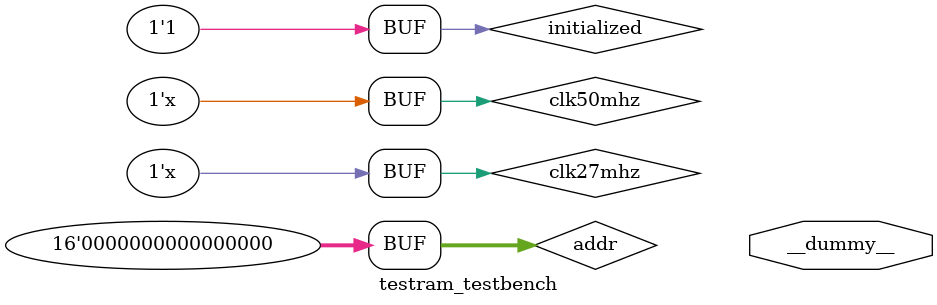
<source format=v>
`timescale 1 ps / 1 ps
module testram_testbench(output __dummy__);
	reg clk50mhz;
	reg clk27mhz;
	reg [0:15]addr;
	reg [0:15]data;
	reg we, oe;
	reg [0:4]state;
	reg initialized = 0;
	
	wire [15:0] tr_data; 
	
	initial begin
		#10000;
		clk50mhz = 0;
		clk27mhz = 0;
		data = 0;
		addr = 0;
		state = 0;
		#10000;
		we <= 0;
		oe <= 1;
		#10000;
		we <= 1;
		#10000;
		initialized <= 1;
	end
	
	always begin 
		#10000; 
		if(initialized) clk50mhz= ~clk50mhz;
	end
	
	always begin 
		#37037; 
		if(initialized) clk27mhz= ~clk27mhz;
	end

	
	assign tr_data = (!we && oe)?data:16'hZZZZ;
	
	testram tram(
		.WE(we),
		.OE(oe),
		.ADDR(addr),
		.DATA(tr_data)
	);
	
	always @(posedge clk50mhz && initialized) begin
		case(state)
			0: begin
				we <= 0;
				oe <= 1;
				state <= state + 1;
			end
			1: begin
				data <= tr_data;
				state <= state + 1;
			end
			2: begin
				data <= data + 1;
				state <= state + 1;
			end
			3: begin
				we <= 0;
				oe <= 1;
				state = 0;
			end
		endcase
	end
endmodule

</source>
